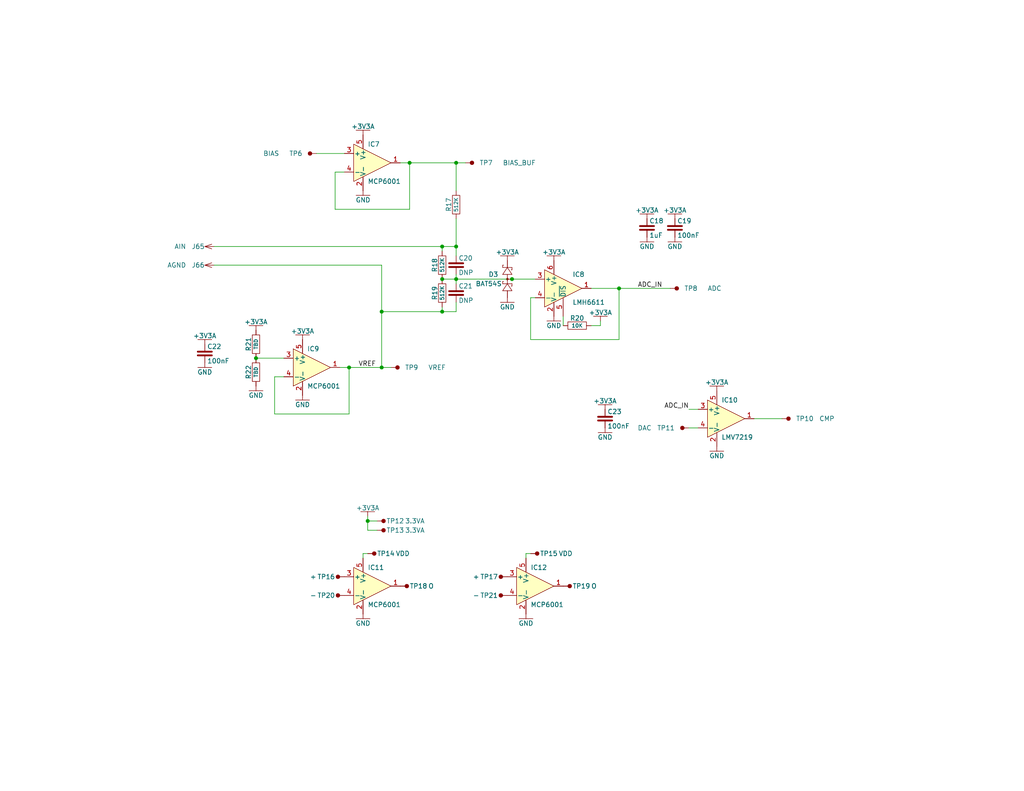
<source format=kicad_sch>
(kicad_sch (version 20250114) (generator "eeschema") (generator_version "9.0")
  (paper "USLetter")
  (title_block (date "2025-08-16") (rev "1"))
  (lib_symbols
    (symbol "ataradov_analog:LMH6611" (pin_names (offset 0.127))
      (property "Reference" "IC" (at 2.54 3.81 0))
      (property "Value" "LMH6611" (at 2.54 -3.81 0))
      (symbol "LMH6611_1_1"
        (polyline (pts (xy -5.08 5.08) (xy 5.08 0) (xy -5.08 -5.08) (xy -5.08 5.08)) (fill (type background)))
        (pin input line (at -7.62 2.54 0) (length 2.54) (name "+") (number "3"))
        (pin input line (at -7.62 -2.54 0) (length 2.54) (name "-") (number "4"))
        (pin power_in line (at -2.54 7.62 270) (length 3.81) (name "V+") (number "6"))
        (pin power_in line (at -2.54 -7.62 90) (length 3.81) (name "V-") (number "2"))
        (pin input line (at 0 -7.62 90) (length 5.08) (name "~{DIS}") (number "5"))
        (pin output line (at 7.62 0 180) (length 2.54) (name "~") (number "1"))
      )
    )
    (symbol "ataradov_analog:MCP6001" (pin_names (offset 0.127))
      (property "Reference" "IC" (at -1.27 5.08 0))
      (property "Value" "MCP6001" (at -1.27 -5.08 0))
      (symbol "MCP6001_1_1"
        (polyline (pts (xy -5.08 5.08) (xy 5.08 0) (xy -5.08 -5.08) (xy -5.08 5.08)) (fill (type background)))
        (pin input line (at -7.62 2.54 0) (length 2.54) (name "+") (number "3"))
        (pin input line (at -7.62 -2.54 0) (length 2.54) (name "-") (number "4"))
        (pin power_in line (at -2.54 7.62 270) (length 3.81) (name "V+") (number "5"))
        (pin power_in line (at -2.54 -7.62 90) (length 3.81) (name "V-") (number "2"))
        (pin output line (at 7.62 0 180) (length 2.54) (name "~") (number "1"))
      )
    )
    (symbol "ataradov_conn:Conn-Single" (pin_numbers (hide yes)) (pin_names (hide yes))
      (property "Reference" "J?" (at 2.54 0 0))
      (property "Value" "Conn-Single" (at 7.62 0 0))
      (symbol "Conn-Single_0_1"
        (polyline (pts (xy 2.54 0) (xy 0.635 0.635)))
        (polyline (pts (xy 2.54 0) (xy 0.635 -0.635)))
      )
      (symbol "Conn-Single_1_1"
        (pin passive line (at 0 0 0) (length 2.54) (name "1") (number "1"))
      )
    )
    (symbol "ataradov_misc:TestPoint" (pin_numbers (hide yes)) (pin_names (hide yes))
      (property "Reference" "TP?" (at 2.54 0 0))
      (property "Value" "TestPoint" (at 7.62 0 0))
      (symbol "TestPoint_0_1"
        (circle (center 1.778 0) (radius 0.508) (fill (type outline)))
      )
      (symbol "TestPoint_1_1"
        (pin passive line (at 0 0 0) (length 1.78) (name "1") (number "1"))
      )
    )
    (symbol "ataradov_pwr:+3V3" (power) (pin_names (offset 0))
      (property "Value" "+3V3" (at 0 2.286 0))
      (symbol "+3V3_0_1"
        (polyline (pts (xy -1.905 1.27) (xy 0 1.27)))
        (polyline (pts (xy 0 1.27) (xy 1.905 1.27)))
        (polyline (pts (xy 0 0) (xy 0 1.27)))
      )
      (symbol "+3V3_1_1"
        (pin power_in line (at 0 0 90) (length 0) (hide yes) (name "+3V3") (number "1"))
      )
    )
    (symbol "ataradov_pwr:GND" (power) (pin_names (offset 0))
      (property "Value" "GND" (at 0 -2.54 0))
      (symbol "GND_0_1"
        (polyline (pts (xy -1.905 -1.27) (xy 1.905 -1.27)))
        (polyline (pts (xy 0 0) (xy 0 -1.27)))
      )
      (symbol "GND_1_1"
        (pin power_in line (at 0 0 270) (length 0) (hide yes) (name "GND") (number "1"))
      )
    )
    (symbol "ataradov_rlc:C" (pin_numbers (hide yes)) (pin_names (hide yes))
      (property "Reference" "C?" (at 0.635 1.905 0))
      (property "Value" "C" (at 0.635 -2.032 0))
      (symbol "C_0_1"
        (polyline (pts (xy -1.905 0.508) (xy 1.905 0.508)) (stroke (width 0.5)))
        (polyline (pts (xy -1.905 -0.508) (xy 1.905 -0.508)) (stroke (width 0.5)))
      )
      (symbol "C_1_1"
        (pin passive line (at 0 2.54 270) (length 1.905) (name "2") (number "2"))
        (pin passive line (at 0 -2.54 90) (length 1.905) (name "1") (number "1"))
      )
    )
    (symbol "ataradov_rlc:R" (pin_numbers (hide yes)) (pin_names (hide yes))
      (property "Reference" "R" (at 0 2.032 0))
      (property "Value" "R" (at 0 0 0))
      (symbol "R_0_1"
        (rectangle (start -2.54 1.016) (end 2.54 -1.016))
      )
      (symbol "R_1_1"
        (pin passive line (at -3.81 0 0) (length 1.27) (name "1") (number "1"))
        (pin passive line (at 3.81 0 180) (length 1.27) (name "2") (number "2"))
      )
    )
    (symbol "ataradov_semi:BAT54S" (pin_numbers (hide yes)) (pin_names (offset 1.016))
      (property "Reference" "D?" (at 0 4.445 0))
      (property "Value" "BAT54S" (at 0 2.54 0))
      (symbol "BAT54S_0_1"
        (polyline (pts (xy -3.175 1.27) (xy -3.175 -1.27) (xy -1.27 0) (xy -3.175 1.27)))
        (polyline (pts (xy -1.905 -1.27) (xy -1.905 -1.016)))
        (polyline (pts (xy -1.27 1.27) (xy -0.635 1.27)))
        (polyline (pts (xy -1.27 0) (xy 1.27 0)))
        (polyline (pts (xy -1.27 -1.27) (xy -1.905 -1.27)))
        (polyline (pts (xy -1.27 -1.27) (xy -1.27 1.27)))
        (polyline (pts (xy -0.635 1.27) (xy -0.635 1.016)))
        (circle (center 0 0) (radius 0.254) (fill (type outline)))
        (polyline (pts (xy 1.27 1.27) (xy 1.27 -1.27) (xy 3.175 0) (xy 1.27 1.27)))
        (polyline (pts (xy 2.54 -1.27) (xy 2.54 -1.016)))
        (polyline (pts (xy 3.175 1.27) (xy 3.81 1.27)))
        (polyline (pts (xy 3.175 -1.27) (xy 2.54 -1.27)))
        (polyline (pts (xy 3.175 -1.27) (xy 3.175 1.27)))
        (polyline (pts (xy 3.81 1.27) (xy 3.81 1.016)))
      )
      (symbol "BAT54S_1_1"
        (pin passive line (at -5.08 0 0) (length 1.905) (name "~") (number "1"))
        (pin passive line (at 0 -1.27 90) (length 1.27) (name "~") (number "3"))
        (pin passive line (at 5.08 0 180) (length 1.905) (name "~") (number "2"))
      )
    )
  )
  (junction (at 95.25 100.33))
  (junction (at 124.46 76.2))
  (junction (at 124.46 44.45))
  (junction (at 139.7 76.2))
  (junction (at 69.85 97.79))
  (junction (at 124.46 67.31))
  (junction (at 120.65 76.2))
  (junction (at 120.65 67.31))
  (junction (at 104.14 100.33))
  (junction (at 168.91 78.74))
  (junction (at 100.33 142.24))
  (junction (at 104.14 85.09))
  (junction (at 111.76 44.45))
  (junction (at 120.65 85.09))
  (wire (pts (xy 77.47 102.87) (xy 74.93 102.87)))
  (wire (pts (xy 86.36 41.91) (xy 93.98 41.91)))
  (wire (pts (xy 168.91 78.74) (xy 168.91 92.71)))
  (wire (pts (xy 144.78 92.71) (xy 168.91 92.71)))
  (wire (pts (xy 58.42 72.39) (xy 104.14 72.39)))
  (wire (pts (xy 153.67 86.36) (xy 153.67 88.9)))
  (wire (pts (xy 92.71 100.33) (xy 95.25 100.33)))
  (wire (pts (xy 187.96 116.84) (xy 190.5 116.84)))
  (wire (pts (xy 120.65 68.58) (xy 120.65 67.31)))
  (wire (pts (xy 124.46 74.93) (xy 124.46 76.2)))
  (wire (pts (xy 124.46 44.45) (xy 124.46 52.07)))
  (wire (pts (xy 99.06 151.13) (xy 99.06 152.4)))
  (wire (pts (xy 95.25 100.33) (xy 104.14 100.33)))
  (wire (pts (xy 161.29 78.74) (xy 168.91 78.74)))
  (wire (pts (xy 100.33 151.13) (xy 99.06 151.13)))
  (wire (pts (xy 124.46 82.55) (xy 124.46 85.09)))
  (wire (pts (xy 93.98 46.99) (xy 91.44 46.99)))
  (wire (pts (xy 109.22 44.45) (xy 111.76 44.45)))
  (wire (pts (xy 146.05 81.28) (xy 144.78 81.28)))
  (wire (pts (xy 187.96 111.76) (xy 190.5 111.76)))
  (wire (pts (xy 91.44 57.15) (xy 111.76 57.15)))
  (wire (pts (xy 144.78 81.28) (xy 144.78 92.71)))
  (wire (pts (xy 120.65 85.09) (xy 124.46 85.09)))
  (wire (pts (xy 124.46 76.2) (xy 139.7 76.2)))
  (wire (pts (xy 144.78 151.13) (xy 143.51 151.13)))
  (wire (pts (xy 120.65 67.31) (xy 124.46 67.31)))
  (wire (pts (xy 104.14 100.33) (xy 106.68 100.33)))
  (wire (pts (xy 95.25 100.33) (xy 95.25 113.03)))
  (wire (pts (xy 104.14 72.39) (xy 104.14 85.09)))
  (wire (pts (xy 102.87 144.78) (xy 100.33 144.78)))
  (wire (pts (xy 120.65 83.82) (xy 120.65 85.09)))
  (wire (pts (xy 102.87 142.24) (xy 100.33 142.24)))
  (wire (pts (xy 120.65 76.2) (xy 124.46 76.2)))
  (wire (pts (xy 100.33 144.78) (xy 100.33 142.24)))
  (wire (pts (xy 104.14 85.09) (xy 104.14 100.33)))
  (wire (pts (xy 168.91 78.74) (xy 182.88 78.74)))
  (wire (pts (xy 161.29 88.9) (xy 163.83 88.9)))
  (wire (pts (xy 124.46 44.45) (xy 127 44.45)))
  (wire (pts (xy 163.83 87.63) (xy 163.83 88.9)))
  (wire (pts (xy 124.46 67.31) (xy 124.46 69.85)))
  (wire (pts (xy 100.33 142.24) (xy 100.33 140.97)))
  (wire (pts (xy 139.7 76.2) (xy 146.05 76.2)))
  (wire (pts (xy 74.93 102.87) (xy 74.93 113.03)))
  (wire (pts (xy 58.42 67.31) (xy 120.65 67.31)))
  (wire (pts (xy 111.76 44.45) (xy 124.46 44.45)))
  (wire (pts (xy 124.46 76.2) (xy 124.46 77.47)))
  (wire (pts (xy 91.44 46.99) (xy 91.44 57.15)))
  (wire (pts (xy 124.46 59.69) (xy 124.46 67.31)))
  (wire (pts (xy 205.74 114.3) (xy 213.36 114.3)))
  (wire (pts (xy 104.14 85.09) (xy 120.65 85.09)))
  (wire (pts (xy 143.51 151.13) (xy 143.51 152.4)))
  (wire (pts (xy 69.85 97.79) (xy 77.47 97.79)))
  (wire (pts (xy 111.76 44.45) (xy 111.76 57.15)))
  (wire (pts (xy 74.93 113.03) (xy 95.25 113.03)))
  (label "ADC_IN" (at 173.99 78.74 0))
  (label "VREF" (at 97.79 100.33 0))
  (label "ADC_IN" (at 187.96 111.76 180))
  (symbol (lib_id "ataradov_rlc:C") (at 124.46 72.39 0) (unit 1)
    (property "Reference" "C20" (at 125.095 70.485 0) (effects (justify left)))
    (property "Value" "DNP" (at 125.095 74.422 0) (effects (justify left)))
    (property "Footprint" "ataradov_smd:0603" (effects (hide yes)))
  )
  (symbol (lib_id "ataradov_pwr:+3V3") (at 151.13 71.12 0) (unit 1)
    (property "Reference" "#PWR088" (effects (hide yes)))
    (property "Value" "+3V3A" (at 151.13 68.834 0))
  )
  (symbol (lib_id "ataradov_pwr:+3V3") (at 176.53 59.69 0) (unit 1)
    (property "Reference" "#PWR083" (effects (hide yes)))
    (property "Value" "+3V3A" (at 176.53 57.404 0))
  )
  (symbol (lib_id "ataradov_rlc:C") (at 124.46 80.01 0) (unit 1)
    (property "Reference" "C21" (at 125.095 78.105 0) (effects (justify left)))
    (property "Value" "DNP" (at 125.095 82.042 0) (effects (justify left)))
    (property "Footprint" "ataradov_smd:0603" (effects (hide yes)))
  )
  (symbol (lib_id "ataradov_rlc:C") (at 165.1 114.3 0) (unit 1)
    (property "Reference" "C23" (at 165.735 112.395 0) (effects (justify left)))
    (property "Value" "100nF" (at 165.735 116.332 0) (effects (justify left)))
    (property "Footprint" "ataradov_smd:0603" (effects (hide yes)))
  )
  (symbol (lib_id "ataradov_pwr:GND") (at 138.43 81.28 0) (unit 1)
    (property "Reference" "#PWR089" (effects (hide yes)))
    (property "Value" "GND" (at 138.43 83.82 0))
  )
  (symbol (lib_id "ataradov_rlc:R") (at 120.65 72.39 90) (unit 1)
    (property "Reference" "R18" (at 118.618 72.39 0))
    (property "Value" "512K" (at 120.65 72.39 0) (effects (font (size 1.016 1.016))))
    (property "Footprint" "ataradov_smd:0603" (effects (hide yes)))
  )
  (symbol (lib_id "ataradov_rlc:C") (at 55.88 96.52 0) (unit 1)
    (property "Reference" "C22" (at 56.515 94.615 0) (effects (justify left)))
    (property "Value" "100nF" (at 56.515 98.552 0) (effects (justify left)))
    (property "Footprint" "ataradov_smd:0603" (effects (hide yes)))
  )
  (symbol (lib_id "ataradov_rlc:R") (at 69.85 93.98 90) (unit 1)
    (property "Reference" "R21" (at 67.818 93.98 0))
    (property "Value" "TBD" (at 69.85 93.98 0) (effects (font (size 1.016 1.016))))
    (property "Footprint" "ataradov_smd:0603" (effects (hide yes)))
  )
  (symbol (lib_id "ataradov_rlc:C") (at 184.15 62.23 0) (unit 1)
    (property "Reference" "C19" (at 184.785 60.325 0) (effects (justify left)))
    (property "Value" "100nF" (at 184.785 64.262 0) (effects (justify left)))
    (property "Footprint" "ataradov_smd:0603" (effects (hide yes)))
  )
  (symbol (lib_id "ataradov_misc:TestPoint") (at 109.22 160.02 0) (unit 1)
    (property "Reference" "TP18" (at 111.76 160.02 0) (effects (justify left)))
    (property "Value" "O" (at 116.84 160.02 0) (effects (justify left)))
    (property "Footprint" "ataradov_misc:TestPoint-1.27mm" (effects (hide yes)))
  )
  (symbol (lib_id "ataradov_pwr:GND") (at 99.06 167.64 0) (unit 1)
    (property "Reference" "#PWR0103" (effects (hide yes)))
    (property "Value" "GND" (at 99.06 170.18 0))
  )
  (symbol (lib_id "ataradov_pwr:GND") (at 184.15 64.77 0) (unit 1)
    (property "Reference" "#PWR086" (effects (hide yes)))
    (property "Value" "GND" (at 184.15 67.31 0))
  )
  (symbol (lib_id "ataradov_pwr:+3V3") (at 99.06 36.83 0) (unit 1)
    (property "Reference" "#PWR081" (effects (hide yes)))
    (property "Value" "+3V3A" (at 99.06 34.544 0))
  )
  (symbol (lib_id "ataradov_pwr:GND") (at 143.51 167.64 0) (unit 1)
    (property "Reference" "#PWR0104" (effects (hide yes)))
    (property "Value" "GND" (at 143.51 170.18 0))
  )
  (symbol (lib_id "ataradov_misc:TestPoint") (at 93.98 162.56 0) (mirror y) (unit 1)
    (property "Reference" "TP20" (at 91.44 162.56 0) (effects (justify left)))
    (property "Value" "-" (at 86.36 162.56 0) (effects (justify left)))
    (property "Footprint" "ataradov_misc:TestPoint-1.27mm" (effects (hide yes)))
  )
  (symbol (lib_id "ataradov_pwr:+3V3") (at 138.43 71.12 0) (unit 1)
    (property "Reference" "#PWR087" (effects (hide yes)))
    (property "Value" "+3V3A" (at 138.43 68.834 0))
  )
  (symbol (lib_id "ataradov_misc:TestPoint") (at 144.78 151.13 0) (unit 1)
    (property "Reference" "TP15" (at 147.32 151.13 0) (effects (justify left)))
    (property "Value" "VDD" (at 152.4 151.13 0) (effects (justify left)))
    (property "Footprint" "ataradov_misc:TestPoint-1.27mm" (effects (hide yes)))
  )
  (symbol (lib_id "ataradov_pwr:+3V3") (at 195.58 106.68 0) (unit 1)
    (property "Reference" "#PWR097" (effects (hide yes)))
    (property "Value" "+3V3A" (at 195.58 104.394 0))
  )
  (symbol (lib_id "ataradov_misc:TestPoint") (at 93.98 157.48 0) (mirror y) (unit 1)
    (property "Reference" "TP16" (at 91.44 157.48 0) (effects (justify left)))
    (property "Value" "+" (at 86.36 157.48 0) (effects (justify left)))
    (property "Footprint" "ataradov_misc:TestPoint-1.27mm" (effects (hide yes)))
  )
  (symbol (lib_id "ataradov_conn:Conn-Single") (at 58.42 72.39 0) (mirror y) (unit 1)
    (property "Reference" "J66" (at 55.88 72.39 0) (effects (justify left)))
    (property "Value" "AGND" (at 50.8 72.39 0) (effects (justify left)))
    (property "Footprint" "ataradov_conn:Pin-2.54mm" (effects (hide yes)))
  )
  (symbol (lib_id "ataradov_pwr:+3V3") (at 184.15 59.69 0) (unit 1)
    (property "Reference" "#PWR084" (effects (hide yes)))
    (property "Value" "+3V3A" (at 184.15 57.404 0))
  )
  (symbol (lib_id "ataradov_pwr:GND") (at 55.88 99.06 0) (unit 1)
    (property "Reference" "#PWR095" (effects (hide yes)))
    (property "Value" "GND" (at 55.88 101.6 0))
  )
  (symbol (lib_id "ataradov_misc:TestPoint") (at 106.68 100.33 0) (unit 1)
    (property "Reference" "TP9" (at 110.49 100.33 0) (effects (justify left)))
    (property "Value" "VREF" (at 116.84 100.33 0) (effects (justify left)))
    (property "Footprint" "ataradov_misc:TestPoint-1.27mm" (effects (hide yes)))
  )
  (symbol (lib_id "ataradov_pwr:+3V3") (at 82.55 92.71 0) (unit 1)
    (property "Reference" "#PWR093" (effects (hide yes)))
    (property "Value" "+3V3A" (at 82.55 90.424 0))
  )
  (symbol (lib_id "ataradov_misc:TestPoint") (at 187.96 116.84 180) (unit 1)
    (property "Reference" "TP11" (at 184.15 116.84 0) (effects (justify left)))
    (property "Value" "DAC" (at 177.8 116.84 0) (effects (justify left)))
    (property "Footprint" "ataradov_misc:TestPoint-1.27mm" (effects (hide yes)))
  )
  (symbol (lib_id "ataradov_pwr:+3V3") (at 163.83 87.63 0) (unit 1)
    (property "Reference" "#PWR091" (effects (hide yes)))
    (property "Value" "+3V3A" (at 163.83 85.344 0))
  )
  (symbol (lib_id "ataradov_pwr:GND") (at 165.1 116.84 0) (unit 1)
    (property "Reference" "#PWR0100" (effects (hide yes)))
    (property "Value" "GND" (at 165.1 119.38 0))
  )
  (symbol (lib_id "ataradov_conn:Conn-Single") (at 58.42 67.31 0) (mirror y) (unit 1)
    (property "Reference" "J65" (at 55.88 67.31 0) (effects (justify left)))
    (property "Value" "AIN" (at 50.8 67.31 0) (effects (justify left)))
    (property "Footprint" "ataradov_conn:Pin-2.54mm" (effects (hide yes)))
  )
  (symbol (lib_id "ataradov_misc:TestPoint") (at 100.33 151.13 0) (unit 1)
    (property "Reference" "TP14" (at 102.87 151.13 0) (effects (justify left)))
    (property "Value" "VDD" (at 107.95 151.13 0) (effects (justify left)))
    (property "Footprint" "ataradov_misc:TestPoint-1.27mm" (effects (hide yes)))
  )
  (symbol (lib_id "ataradov_misc:TestPoint") (at 153.67 160.02 0) (unit 1)
    (property "Reference" "TP19" (at 156.21 160.02 0) (effects (justify left)))
    (property "Value" "O" (at 161.29 160.02 0) (effects (justify left)))
    (property "Footprint" "ataradov_misc:TestPoint-1.27mm" (effects (hide yes)))
  )
  (symbol (lib_id "ataradov_pwr:GND") (at 176.53 64.77 0) (unit 1)
    (property "Reference" "#PWR085" (effects (hide yes)))
    (property "Value" "GND" (at 176.53 67.31 0))
  )
  (symbol (lib_id "ataradov_pwr:+3V3") (at 55.88 93.98 0) (unit 1)
    (property "Reference" "#PWR094" (effects (hide yes)))
    (property "Value" "+3V3A" (at 55.88 91.694 0))
  )
  (symbol (lib_id "ataradov_pwr:+3V3") (at 100.33 140.97 0) (unit 1)
    (property "Reference" "#PWR0102" (effects (hide yes)))
    (property "Value" "+3V3A" (at 100.33 138.684 0))
  )
  (symbol (lib_id "ataradov_rlc:R") (at 124.46 55.88 90) (unit 1)
    (property "Reference" "R17" (at 122.428 55.88 0))
    (property "Value" "512K" (at 124.46 55.88 0) (effects (font (size 1.016 1.016))))
    (property "Footprint" "ataradov_smd:0603" (effects (hide yes)))
  )
  (symbol (lib_id "ataradov_analog:MCP6001") (at 198.12 114.3 0) (unit 1)
    (property "Reference" "IC10" (at 196.85 109.22 0) (effects (justify left)))
    (property "Value" "LMV7219" (at 196.85 119.38 0) (effects (justify left)))
    (property "Footprint" "ataradov_ic:SOT-23-5" (effects (hide yes)))
  )
  (symbol (lib_id "ataradov_pwr:GND") (at 69.85 105.41 0) (unit 1)
    (property "Reference" "#PWR096" (effects (hide yes)))
    (property "Value" "GND" (at 69.85 107.95 0))
  )
  (symbol (lib_id "ataradov_pwr:GND") (at 82.55 107.95 0) (unit 1)
    (property "Reference" "#PWR098" (effects (hide yes)))
    (property "Value" "GND" (at 82.55 110.49 0))
  )
  (symbol (lib_id "ataradov_pwr:GND") (at 195.58 121.92 0) (unit 1)
    (property "Reference" "#PWR0101" (effects (hide yes)))
    (property "Value" "GND" (at 195.58 124.46 0))
  )
  (symbol (lib_id "ataradov_pwr:GND") (at 151.13 86.36 0) (unit 1)
    (property "Reference" "#PWR090" (effects (hide yes)))
    (property "Value" "GND" (at 151.13 88.9 0))
  )
  (symbol (lib_id "ataradov_rlc:R") (at 157.48 88.9 0) (unit 1)
    (property "Reference" "R20" (at 157.48 86.868 0))
    (property "Value" "10K" (at 157.48 88.9 0) (effects (font (size 1.016 1.016))))
    (property "Footprint" "ataradov_smd:0603" (effects (hide yes)))
  )
  (symbol (lib_id "ataradov_misc:TestPoint") (at 102.87 142.24 0) (unit 1)
    (property "Reference" "TP12" (at 105.41 142.24 0) (effects (justify left)))
    (property "Value" "3.3VA" (at 110.49 142.24 0) (effects (justify left)))
    (property "Footprint" "ataradov_misc:TestPoint-1.27mm" (effects (hide yes)))
  )
  (symbol (lib_id "ataradov_pwr:GND") (at 99.06 52.07 0) (unit 1)
    (property "Reference" "#PWR082" (effects (hide yes)))
    (property "Value" "GND" (at 99.06 54.61 0))
  )
  (symbol (lib_id "ataradov_misc:TestPoint") (at 138.43 157.48 0) (mirror y) (unit 1)
    (property "Reference" "TP17" (at 135.89 157.48 0) (effects (justify left)))
    (property "Value" "+" (at 130.81 157.48 0) (effects (justify left)))
    (property "Footprint" "ataradov_misc:TestPoint-1.27mm" (effects (hide yes)))
  )
  (symbol (lib_id "ataradov_misc:TestPoint") (at 213.36 114.3 0) (unit 1)
    (property "Reference" "TP10" (at 217.17 114.3 0) (effects (justify left)))
    (property "Value" "CMP" (at 223.52 114.3 0) (effects (justify left)))
    (property "Footprint" "ataradov_misc:TestPoint-1.27mm" (effects (hide yes)))
  )
  (symbol (lib_id "ataradov_rlc:C") (at 176.53 62.23 0) (unit 1)
    (property "Reference" "C18" (at 177.165 60.325 0) (effects (justify left)))
    (property "Value" "1uF" (at 177.165 64.262 0) (effects (justify left)))
    (property "Footprint" "ataradov_smd:0603" (effects (hide yes)))
  )
  (symbol (lib_id "ataradov_analog:MCP6001") (at 146.05 160.02 0) (unit 1)
    (property "Reference" "IC12" (at 144.78 154.94 0) (effects (justify left)))
    (property "Value" "MCP6001" (at 144.78 165.1 0) (effects (justify left)))
    (property "Footprint" "ataradov_ic:SOT-23-5" (effects (hide yes)))
  )
  (symbol (lib_id "ataradov_analog:MCP6001") (at 85.09 100.33 0) (unit 1)
    (property "Reference" "IC9" (at 83.82 95.25 0) (effects (justify left)))
    (property "Value" "MCP6001" (at 83.82 105.41 0) (effects (justify left)))
    (property "Footprint" "ataradov_ic:SOT-23-5" (effects (hide yes)))
  )
  (symbol (lib_id "ataradov_misc:TestPoint") (at 182.88 78.74 0) (unit 1)
    (property "Reference" "TP8" (at 186.69 78.74 0) (effects (justify left)))
    (property "Value" "ADC" (at 193.04 78.74 0) (effects (justify left)))
    (property "Footprint" "ataradov_misc:TestPoint-1.27mm" (effects (hide yes)))
  )
  (symbol (lib_id "ataradov_misc:TestPoint") (at 127 44.45 0) (mirror x) (unit 1)
    (property "Reference" "TP7" (at 130.81 44.45 0) (effects (justify left)))
    (property "Value" "BIAS_BUF" (at 137.16 44.45 0) (effects (justify left)))
    (property "Footprint" "ataradov_misc:TestPoint-1.27mm" (effects (hide yes)))
  )
  (symbol (lib_id "ataradov_misc:TestPoint") (at 102.87 144.78 0) (unit 1)
    (property "Reference" "TP13" (at 105.41 144.78 0) (effects (justify left)))
    (property "Value" "3.3VA" (at 110.49 144.78 0) (effects (justify left)))
    (property "Footprint" "ataradov_misc:TestPoint-1.27mm" (effects (hide yes)))
  )
  (symbol (lib_id "ataradov_rlc:R") (at 120.65 80.01 90) (unit 1)
    (property "Reference" "R19" (at 118.618 80.01 0))
    (property "Value" "512K" (at 120.65 80.01 0) (effects (font (size 1.016 1.016))))
    (property "Footprint" "ataradov_smd:0603" (effects (hide yes)))
  )
  (symbol (lib_id "ataradov_pwr:+3V3") (at 69.85 90.17 0) (unit 1)
    (property "Reference" "#PWR092" (effects (hide yes)))
    (property "Value" "+3V3A" (at 69.85 87.884 0))
  )
  (symbol (lib_id "ataradov_analog:LMH6611") (at 153.67 78.74 0) (unit 1)
    (property "Reference" "IC8" (at 156.21 74.93 0) (effects (justify left)))
    (property "Value" "LMH6611" (at 156.21 82.55 0) (effects (justify left)))
    (property "Footprint" "ataradov_ic:SOT-23-6" (effects (hide yes)))
  )
  (symbol (lib_id "ataradov_misc:TestPoint") (at 138.43 162.56 0) (mirror y) (unit 1)
    (property "Reference" "TP21" (at 135.89 162.56 0) (effects (justify left)))
    (property "Value" "-" (at 130.81 162.56 0) (effects (justify left)))
    (property "Footprint" "ataradov_misc:TestPoint-1.27mm" (effects (hide yes)))
  )
  (symbol (lib_id "ataradov_pwr:+3V3") (at 165.1 111.76 0) (unit 1)
    (property "Reference" "#PWR099" (effects (hide yes)))
    (property "Value" "+3V3A" (at 165.1 109.474 0))
  )
  (symbol (lib_id "ataradov_analog:MCP6001") (at 101.6 44.45 0) (unit 1)
    (property "Reference" "IC7" (at 100.33 39.37 0) (effects (justify left)))
    (property "Value" "MCP6001" (at 100.33 49.53 0) (effects (justify left)))
    (property "Footprint" "ataradov_ic:SOT-23-5" (effects (hide yes)))
  )
  (symbol (lib_id "ataradov_rlc:R") (at 69.85 101.6 90) (unit 1)
    (property "Reference" "R22" (at 67.818 101.6 0))
    (property "Value" "TBD" (at 69.85 101.6 0) (effects (font (size 1.016 1.016))))
    (property "Footprint" "ataradov_smd:0603" (effects (hide yes)))
  )
  (symbol (lib_id "ataradov_misc:TestPoint") (at 86.36 41.91 180) (unit 1)
    (property "Reference" "TP6" (at 82.55 41.91 0) (effects (justify left)))
    (property "Value" "BIAS" (at 76.2 41.91 0) (effects (justify left)))
    (property "Footprint" "ataradov_misc:TestPoint-1.27mm" (effects (hide yes)))
  )
  (symbol (lib_id "ataradov_analog:MCP6001") (at 101.6 160.02 0) (unit 1)
    (property "Reference" "IC11" (at 100.33 154.94 0) (effects (justify left)))
    (property "Value" "MCP6001" (at 100.33 165.1 0) (effects (justify left)))
    (property "Footprint" "ataradov_ic:SOT-23-5" (effects (hide yes)))
  )
  (symbol (lib_id "ataradov_semi:BAT54S") (at 138.43 76.2 90) (unit 1)
    (property "Reference" "D3" (at 134.62 74.93 90))
    (property "Value" "BAT54S" (at 133.35 77.47 90))
    (property "Footprint" "ataradov_ic:SOT-23" (effects (hide yes)))
  )
)
</source>
